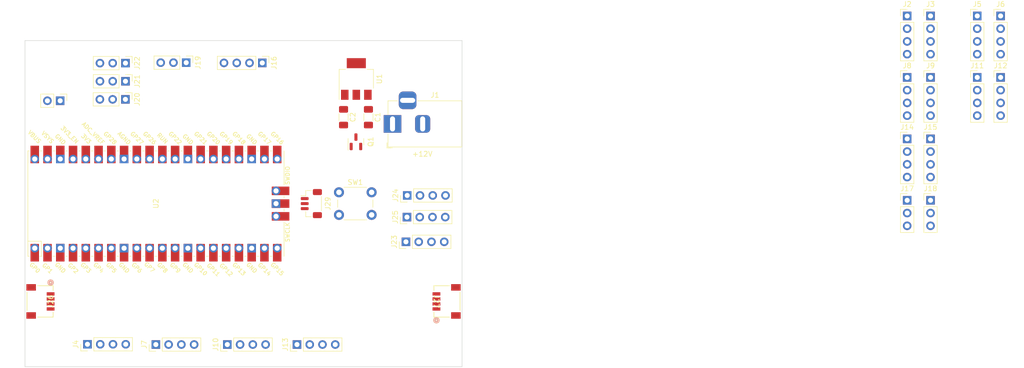
<source format=kicad_pcb>
(kicad_pcb (version 20221018) (generator pcbnew)
  (layers (0 "F.Cu" signal) (31 "B.Cu" signal) (34 "B.Paste" user) (35 "F.Paste" user) (36 "B.SilkS" user "B.Silkscreen") (37 "F.SilkS" user "F.Silkscreen") (38 "B.Mask" user) (39 "F.Mask" user) (44 "Edge.Cuts" user))
  (net 0 "")
  (net 1 "+12V")
  (net 2 "GND")
  (net 3 "+5V")
  (net 4 "AGND")
  (net 5 "GPIO0")
  (net 6 "GPIO1")
  (net 7 "GPIO2")
  (net 8 "GPIO3")
  (net 9 "+3.3V")
  (net 10 "GPIO4")
  (net 11 "GPIO5")
  (net 12 "GPIO6")
  (net 13 "GPIO7")
  (net 14 "GPIO8")
  (net 15 "GPIO9")
  (net 16 "GPIO10")
  (net 17 "GPIO11")
  (net 18 "GPIO12")
  (net 19 "GPIO13")
  (net 20 "GPIO14")
  (net 21 "GPIO15")
  (net 22 "GPIO16")
  (net 23 "GPIO17")
  (net 24 "GPIO18")
  (net 25 "GPIO19")
  (net 26 "GPIO20")
  (net 27 "GPIO21")
  (net 28 "GPIO22")
  (net 29 "ADC_VREF")
  (net 30 "ADC0")
  (net 31 "ADC1")
  (net 32 "ADC2")
  (net 33 "Net-(Q1-G)")
  (net 34 "Net-(Q1-S)")
  (net 35 "RESET")
  (net 36 "SWDIO")
  (net 37 "SWCLK")
  (footprint "Connector_PinHeader_2.54mm:PinHeader_1x03_P2.54mm_Vertical" (layer "F.Cu") (at 82.0928 54.4068 -90)
    (fp_text reference "J19" (at 0 -2.33 90) (layer "F.SilkS"))
    (fp_text value "Conn_01x03")
    (pad "1" thru_hole rect (at 0 0 270) (size 1.7 1.7) (drill 1) (layers "*.Cu" "*.Mask") (net 26 "GPIO20"))
    (pad "2" thru_hole oval (at 0 2.54 270) (size 1.7 1.7) (drill 1) (layers "*.Cu" "*.Mask") (net 27 "GPIO21"))
    (pad "3" thru_hole oval (at 0 5.08 270) (size 1.7 1.7) (drill 1) (layers "*.Cu" "*.Mask") (net 28 "GPIO22"))
  )
  (footprint "MountingHole:MountingHole_3.2mm_M3" (layer "F.Cu") (at 55 110)
    (fp_text reference "REF**" hide)
    (fp_text value "MountingHole_3.2mm_M3")
    (pad "" np_thru_hole circle (at 0 0) (size 3.2 3.2) (drill 3.2) (layers "F&B.Cu" "*.Mask"))
  )
  (footprint "SM04B-SRSS-TB:CONN_SM04B-SRSS-TB_JST" (layer "F.Cu") (at 134 102 -90)
    (fp_text reference "J27" (at 0 2.0985 -90 unlocked) (layer "F.SilkS"))
    (fp_text value "I2C1")
    (pad "1" smd rect (at 1.5 2.0985 270) (size 0.6604 1.5494) (layers "F.Cu" "F.Paste" "F.Mask") (net 2 "GND"))
    (pad "2" smd rect (at 0.499999 2.0985 270) (size 0.6604 1.5494) (layers "F.Cu" "F.Paste" "F.Mask") (net 9 "+3.3V"))
    (pad "3" smd rect (at -0.499999 2.0985 270) (size 0.6604 1.5494) (layers "F.Cu" "F.Paste" "F.Mask") (net 12 "GPIO6"))
    (pad "4" smd rect (at -1.5 2.0985 270) (size 0.6604 1.5494) (layers "F.Cu" "F.Paste" "F.Mask") (net 13 "GPIO7"))
    (pad "5" smd rect (at -2.799999 -1.776501) (size 1.905 1.2954) (layers "F.Cu" "F.Paste" "F.Mask"))
    (pad "6" smd rect (at 2.799999 -1.776501) (size 1.905 1.2954) (layers "F.Cu" "F.Paste" "F.Mask"))
  )
  (footprint "Connector_PinHeader_2.54mm:PinHeader_1x04_P2.54mm_Vertical" (layer "F.Cu") (at 126.0348 85.1916 90)
    (fp_text reference "J25" (at 0 -2.33 90) (layer "F.SilkS"))
    (fp_text value "Conn_01x04")
    (pad "1" thru_hole rect (at 0 0 90) (size 1.7 1.7) (drill 1) (layers "*.Cu" "*.Mask") (net 3 "+5V"))
    (pad "2" thru_hole oval (at 0 2.54 90) (size 1.7 1.7) (drill 1) (layers "*.Cu" "*.Mask") (net 3 "+5V"))
    (pad "3" thru_hole oval (at 0 5.08 90) (size 1.7 1.7) (drill 1) (layers "*.Cu" "*.Mask") (net 3 "+5V"))
    (pad "4" thru_hole oval (at 0 7.62 90) (size 1.7 1.7) (drill 1) (layers "*.Cu" "*.Mask") (net 3 "+5V"))
  )
  (footprint "Connector_PinHeader_2.54mm:PinHeader_1x04_P2.54mm_Vertical" (layer "F.Cu") (at 230.253 69.595)
    (fp_text reference "J15" (at 0 -2.33) (layer "F.SilkS"))
    (fp_text value "Conn_01x04")
    (pad "1" thru_hole rect (at 0 0) (size 1.7 1.7) (drill 1) (layers "*.Cu" "*.Mask") (net 9 "+3.3V"))
    (pad "2" thru_hole oval (at 0 2.54) (size 1.7 1.7) (drill 1) (layers "*.Cu" "*.Mask") (net 9 "+3.3V"))
    (pad "3" thru_hole oval (at 0 5.08) (size 1.7 1.7) (drill 1) (layers "*.Cu" "*.Mask") (net 9 "+3.3V"))
    (pad "4" thru_hole oval (at 0 7.62) (size 1.7 1.7) (drill 1) (layers "*.Cu" "*.Mask") (net 9 "+3.3V"))
  )
  (footprint "Connector_PinHeader_2.54mm:PinHeader_1x04_P2.54mm_Vertical" (layer "F.Cu") (at 244.203 57.345)
    (fp_text reference "J12" (at 0 -2.33) (layer "F.SilkS"))
    (fp_text value "Conn_01x04")
    (pad "1" thru_hole rect (at 0 0) (size 1.7 1.7) (drill 1) (layers "*.Cu" "*.Mask") (net 9 "+3.3V"))
    (pad "2" thru_hole oval (at 0 2.54) (size 1.7 1.7) (drill 1) (layers "*.Cu" "*.Mask") (net 9 "+3.3V"))
    (pad "3" thru_hole oval (at 0 5.08) (size 1.7 1.7) (drill 1) (layers "*.Cu" "*.Mask") (net 9 "+3.3V"))
    (pad "4" thru_hole oval (at 0 7.62) (size 1.7 1.7) (drill 1) (layers "*.Cu" "*.Mask") (net 9 "+3.3V"))
  )
  (footprint "Button_Switch_THT:SW_PUSH_6mm" (layer "F.Cu") (at 112.5 80.25)
    (fp_text reference "SW1" (at 3.25 -2) (layer "F.SilkS"))
    (fp_text value "SW_Push")
    (pad "1" thru_hole circle (at 0 0 90) (size 2 2) (drill 1.1) (layers "*.Cu" "*.Mask") (net 35 "RESET"))
    (pad "1" thru_hole circle (at 6.5 0 90) (size 2 2) (drill 1.1) (layers "*.Cu" "*.Mask") (net 35 "RESET"))
    (pad "2" thru_hole circle (at 0 4.5 90) (size 2 2) (drill 1.1) (layers "*.Cu" "*.Mask") (net 2 "GND"))
    (pad "2" thru_hole circle (at 6.5 4.5 90) (size 2 2) (drill 1.1) (layers "*.Cu" "*.Mask") (net 2 "GND"))
  )
  (footprint "Capacitor_SMD:C_1206_3216Metric_Pad1.33x1.80mm_HandSolder" (layer "F.Cu") (at 113.411 65.278 -90)
    (fp_text reference "C2" (at 0 -1.85 90) (layer "F.SilkS"))
    (fp_text value "10 µF")
    (pad "1" smd roundrect (at -1.5625 0 270) (size 1.325 1.8) (layers "F.Cu" "F.Paste" "F.Mask") (roundrect_rratio 0.188679) (net 3 "+5V"))
    (pad "2" smd roundrect (at 1.5625 0 270) (size 1.325 1.8) (layers "F.Cu" "F.Paste" "F.Mask") (roundrect_rratio 0.188679) (net 2 "GND"))
  )
  (footprint "MountingHole:MountingHole_3.2mm_M3" (layer "F.Cu") (at 55 55)
    (fp_text reference "REF**" hide)
    (fp_text value "MountingHole_3.2mm_M3")
    (pad "" np_thru_hole circle (at 0 0) (size 3.2 3.2) (drill 3.2) (layers "F&B.Cu" "*.Mask"))
  )
  (footprint "Connector_PinHeader_2.54mm:PinHeader_1x04_P2.54mm_Vertical" (layer "F.Cu") (at 225.603 57.345)
    (fp_text reference "J8" (at 0 -2.33) (layer "F.SilkS"))
    (fp_text value "Conn_01x04")
    (pad "1" thru_hole rect (at 0 0) (size 1.7 1.7) (drill 1) (layers "*.Cu" "*.Mask") (net 2 "GND"))
    (pad "2" thru_hole oval (at 0 2.54) (size 1.7 1.7) (drill 1) (layers "*.Cu" "*.Mask") (net 2 "GND"))
    (pad "3" thru_hole oval (at 0 5.08) (size 1.7 1.7) (drill 1) (layers "*.Cu" "*.Mask") (net 2 "GND"))
    (pad "4" thru_hole oval (at 0 7.62) (size 1.7 1.7) (drill 1) (layers "*.Cu" "*.Mask") (net 2 "GND"))
  )
  (footprint "MountingHole:MountingHole_3.2mm_M3" (layer "F.Cu") (at 132 110)
    (fp_text reference "REF**" hide)
    (fp_text value "MountingHole_3.2mm_M3")
    (pad "" np_thru_hole circle (at 0 0) (size 3.2 3.2) (drill 3.2) (layers "F&B.Cu" "*.Mask"))
  )
  (footprint "Connector_PinHeader_2.54mm:PinHeader_1x04_P2.54mm_Vertical" (layer "F.Cu") (at 97.2312 54.4576 -90)
    (fp_text reference "J16" (at 0 -2.33 90) (layer "F.SilkS"))
    (fp_text value "Conn_01x04")
    (pad "1" thru_hole rect (at 0 0 270) (size 1.7 1.7) (drill 1) (layers "*.Cu" "*.Mask") (net 22 "GPIO16"))
    (pad "2" thru_hole oval (at 0 2.54 270) (size 1.7 1.7) (drill 1) (layers "*.Cu" "*.Mask") (net 23 "GPIO17"))
    (pad "3" thru_hole oval (at 0 5.08 270) (size 1.7 1.7) (drill 1) (layers "*.Cu" "*.Mask") (net 24 "GPIO18"))
    (pad "4" thru_hole oval (at 0 7.62 270) (size 1.7 1.7) (drill 1) (layers "*.Cu" "*.Mask") (net 25 "GPIO19"))
  )
  (footprint "Connector_PinHeader_2.54mm:PinHeader_1x04_P2.54mm_Vertical" (layer "F.Cu") (at 239.553 45.095)
    (fp_text reference "J5" (at 0 -2.33) (layer "F.SilkS"))
    (fp_text value "Conn_01x04")
    (pad "1" thru_hole rect (at 0 0) (size 1.7 1.7) (drill 1) (layers "*.Cu" "*.Mask") (net 2 "GND"))
    (pad "2" thru_hole oval (at 0 2.54) (size 1.7 1.7) (drill 1) (layers "*.Cu" "*.Mask") (net 2 "GND"))
    (pad "3" thru_hole oval (at 0 5.08) (size 1.7 1.7) (drill 1) (layers "*.Cu" "*.Mask") (net 2 "GND"))
    (pad "4" thru_hole oval (at 0 7.62) (size 1.7 1.7) (drill 1) (layers "*.Cu" "*.Mask") (net 2 "GND"))
  )
  (footprint "Capacitor_SMD:C_1206_3216Metric_Pad1.33x1.80mm_HandSolder" (layer "F.Cu") (at 118.364 65.278 -90)
    (fp_text reference "C1" (at 0 -1.85 90) (layer "F.SilkS"))
    (fp_text value "10 µF")
    (pad "1" smd roundrect (at -1.5625 0 270) (size 1.325 1.8) (layers "F.Cu" "F.Paste" "F.Mask") (roundrect_rratio 0.188679) (net 1 "+12V"))
    (pad "2" smd roundrect (at 1.5625 0 270) (size 1.325 1.8) (layers "F.Cu" "F.Paste" "F.Mask") (roundrect_rratio 0.188679) (net 2 "GND"))
  )
  (footprint "Package_TO_SOT_SMD:SOT-223-3_TabPin2" (layer "F.Cu") (at 115.951 57.658 90)
    (fp_text reference "U1" (at 0 4.5974 90) (layer "F.SilkS"))
    (fp_text value "NCP1117-5.0_SOT223")
    (pad "1" smd rect (at -3.15 -2.3 90) (size 2 1.5) (layers "F.Cu" "F.Paste" "F.Mask") (net 2 "GND"))
    (pad "2" smd rect (at -3.15 0 90) (size 2 1.5) (layers "F.Cu" "F.Paste" "F.Mask") (net 3 "+5V"))
    (pad "2" smd rect (at 3.15 0 90) (size 2 3.8) (layers "F.Cu" "F.Paste" "F.Mask") (net 3 "+5V"))
    (pad "3" smd rect (at -3.15 2.3 90) (size 2 1.5) (layers "F.Cu" "F.Paste" "F.Mask") (net 1 "+12V"))
  )
  (footprint "Connector_PinHeader_2.54mm:PinHeader_1x04_P2.54mm_Vertical" (layer "F.Cu") (at 76.0476 110.5916 90)
    (fp_text reference "J7" (at 0 -2.33 90) (layer "F.SilkS"))
    (fp_text value "Conn_01x04")
    (pad "1" thru_hole rect (at 0 0 90) (size 1.7 1.7) (drill 1) (layers "*.Cu" "*.Mask") (net 10 "GPIO4"))
    (pad "2" thru_hole oval (at 0 2.54 90) (size 1.7 1.7) (drill 1) (layers "*.Cu" "*.Mask") (net 11 "GPIO5"))
    (pad "3" thru_hole oval (at 0 5.08 90) (size 1.7 1.7) (drill 1) (layers "*.Cu" "*.Mask") (net 12 "GPIO6"))
    (pad "4" thru_hole oval (at 0 7.62 90) (size 1.7 1.7) (drill 1) (layers "*.Cu" "*.Mask") (net 13 "GPIO7"))
  )
  (footprint "Package_TO_SOT_SMD:SOT-23" (layer "F.Cu") (at 115.8748 70.1779 90)
    (fp_text reference "Q1" (at 0 2.9464 90) (layer "F.SilkS"))
    (fp_text value "DMG2305UX")
    (pad "1" smd roundrect (at -0.9375 -0.95 90) (size 1.475 0.6) (layers "F.Cu" "F.Paste" "F.Mask") (net 33 "Net-(Q1-G)"))
    (pad "2" smd roundrect (at -0.9375 0.95 90) (size 1.475 0.6) (layers "F.Cu" "F.Paste" "F.Mask") (net 34 "Net-(Q1-S)"))
    (pad "3" smd roundrect (at 0.9375 0 90) (size 1.475 0.6) (layers "F.Cu" "F.Paste" "F.Mask") (net 3 "+5V"))
  )
  (footprint "Connector_PinHeader_2.54mm:PinHeader_1x04_P2.54mm_Vertical" (layer "F.Cu") (at 225.603 69.595)
    (fp_text reference "J14" (at 0 -2.33) (layer "F.SilkS"))
    (fp_text value "Conn_01x04")
    (pad "1" thru_hole rect (at 0 0) (size 1.7 1.7) (drill 1) (layers "*.Cu" "*.Mask") (net 2 "GND"))
    (pad "2" thru_hole oval (at 0 2.54) (size 1.7 1.7) (drill 1) (layers "*.Cu" "*.Mask") (net 2 "GND"))
    (pad "3" thru_hole oval (at 0 5.08) (size 1.7 1.7) (drill 1) (layers "*.Cu" "*.Mask") (net 2 "GND"))
    (pad "4" thru_hole oval (at 0 7.62) (size 1.7 1.7) (drill 1) (layers "*.Cu" "*.Mask") (net 2 "GND"))
  )
  (footprint "Connector_PinHeader_2.54mm:PinHeader_1x03_P2.54mm_Vertical" (layer "F.Cu") (at 69.9874 61.722 -90)
    (fp_text reference "J20" (at 0 -2.33 90) (layer "F.SilkS"))
    (fp_text value "Conn_01x03")
    (pad "1" thru_hole rect (at 0 0 270) (size 1.7 1.7) (drill 1) (layers "*.Cu" "*.Mask") (net 4 "AGND"))
    (pad "2" thru_hole oval (at 0 2.54 270) (size 1.7 1.7) (drill 1) (layers "*.Cu" "*.Mask") (net 4 "AGND"))
    (pad "3" thru_hole oval (at 0 5.08 270) (size 1.7 1.7) (drill 1) (layers "*.Cu" "*.Mask") (net 4 "AGND"))
  )
  (footprint "Connector_PinHeader_2.54mm:PinHeader_1x04_P2.54mm_Vertical" (layer "F.Cu") (at 90.2716 110.5916 90)
    (fp_text reference "J10" (at 0 -2.33 90) (layer "F.SilkS"))
    (fp_text value "Conn_01x04")
    (pad "1" thru_hole rect (at 0 0 90) (size 1.7 1.7) (drill 1) (layers "*.Cu" "*.Mask") (net 14 "GPIO8"))
    (pad "2" thru_hole oval (at 0 2.54 90) (size 1.7 1.7) (drill 1) (layers "*.Cu" "*.Mask") (net 15 "GPIO9"))
    (pad "3" thru_hole oval (at 0 5.08 90) (size 1.7 1.7) (drill 1) (layers "*.Cu" "*.Mask") (net 16 "GPIO10"))
    (pad "4" thru_hole oval (at 0 7.62 90) (size 1.7 1.7) (drill 1) (layers "*.Cu" "*.Mask") (net 17 "GPIO11"))
  )
  (footprint "Connector_PinHeader_2.54mm:PinHeader_1x03_P2.54mm_Vertical" (layer "F.Cu") (at 70.0024 58.1152 -90)
    (fp_text reference "J21" (at 0 -2.33 90) (layer "F.SilkS"))
    (fp_text value "Conn_01x03")
    (pad "1" thru_hole rect (at 0 0 270) (size 1.7 1.7) (drill 1) (layers "*.Cu" "*.Mask") (net 29 "ADC_VREF"))
    (pad "2" thru_hole oval (at 0 2.54 270) (size 1.7 1.7) (drill 1) (layers "*.Cu" "*.Mask") (net 29 "ADC_VREF"))
    (pad "3" thru_hole oval (at 0 5.08 270) (size 1.7 1.7) (drill 1) (layers "*.Cu" "*.Mask") (net 29 "ADC_VREF"))
  )
  (footprint "MCU_RaspberryPi_and_Boards:RPi_Pico_SMD_TH" (layer "F.Cu") (at 76.073 82.5 90)
    (fp_text reference "U2" (at 0 0 90) (layer "F.SilkS"))
    (fp_text value "Pico")
    (fp_text user "GND" (at -12.8 -19.05 135) (layer "F.SilkS") (effects (font (size 0.8 0.8))))
    (fp_text user "GP7" (at -12.7 -1.3 135) (layer "F.SilkS") (effects (font (size 0.8 0.8))))
    (fp_text user "ADC_VREF" (at 14 -12.5 135) (layer "F.SilkS") (effects (font (size 0.8 0.8))))
    (fp_text user "GP26" (at 13.054 -1.27 135) (layer "F.SilkS") (effects (font (size 0.8 0.8))))
    (fp_text user "GND" (at 12.8 6.35 135) (layer "F.SilkS") (effects (font (size 0.8 0.8))))
    (fp_text user "RUN" (at 13 1.27 135) (layer "F.SilkS") (effects (font (size 0.8 0.8))))
    (fp_text user "GP0" (at -12.8 -24.13 135) (layer "F.SilkS") (effects (font (size 0.8 0.8))))
    (fp_text user "GP27" (at 13.054 -3.8 135) (layer "F.SilkS") (effects (font (size 0.8 0.8))))
    (fp_text user "GND" (at -12.8 19.05 135) (layer "F.SilkS") (effects (font (size 0.8 0.8))))
    (fp_text user "GP8" (at -12.8 1.27 135) (layer "F.SilkS") (effects (font (size 0.8 0.8))))
    (fp_text user "GP11" (at -13.2 11.43 135) (layer "F.SilkS") (effects (font (size 0.8 0.8))))
    (fp_text user "SWDIO" (at 5.6 26.2 90) (layer "F.SilkS") (effects (font (size 0.8 0.8))))
    (fp_text user "3V3" (at 12.9 -13.9 135) (layer "F.SilkS") (effects (font (size 0.8 0.8))))
    (fp_text user "GP1" (at -12.9 -21.6 135) (layer "F.SilkS") (effects (font (size 0.8 0.8))))
    (fp_text user "GP9" (at -12.8 3.81 135) (layer "F.SilkS") (effects (font (size 0.8 0.8))))
    (fp_text user "VBUS" (at 13.3 -24.2 135) (layer "F.SilkS") (effects (font (size 0.8 0.8))))
    (fp_text user "GP22" (at 13.054 3.81 135) (layer "F.SilkS") (effects (font (size 0.8 0.8))))
    (fp_text user "GP20" (at 13.054 11.43 135) (layer "F.SilkS") (effects (font (size 0.8 0.8))))
    (fp_text user "GP28" (at 13.054 -9.144 135) (layer "F.SilkS") (effects (font (size 0.8 0.8))))
    (fp_text user "GP10" (at -13.054 8.89 135) (layer "F.SilkS") (effects (font (size 0.8 0.8))))
    (fp_text user "GP6" (at -12.8 -3.81 135) (layer "F.SilkS") (effects (font (size 0.8 0.8))))
    (fp_text user "3V3_EN" (at 13.7 -17.2 135) (layer "F.SilkS") (effects (font (size 0.8 0.8))))
    (fp_text user "GND" (at 12.8 -19.05 135) (layer "F.SilkS") (effects (font (size 0.8 0.8))))
    (fp_text user "GP18" (at 13.054 16.51 135) (layer "F.SilkS") (effects (font (size 0.8 0.8))))
    (fp_text user "GND" (at -12.8 -6.35 135) (layer "F.SilkS") (effects (font (size 0.8 0.8))))
    (fp_text user "GP3" (at -12.8 -13.97 135) (layer "F.SilkS") (effects (font (size 0.8 0.8))))
    (fp_text user "GP2" (at -12.9 -16.51 135) (layer "F.SilkS") (effects (font (size 0.8 0.8))))
    (fp_text user "GP5" (at -12.8 -8.89 135) (layer "F.SilkS") (effects (font (size 0.8 0.8))))
    (fp_text user "GP21" (at 13.054 8.9 135) (layer "F.SilkS") (effects (font (size 0.8 0.8))))
    (fp_text user "GP19" (at 13.054 13.97 135) (layer "F.SilkS") (effects (font (size 0.8 0.8))))
    (fp_text user "GP17" (at 13.054 21.59 135) (layer "F.SilkS") (effects (font (size 0.8 0.8))))
    (fp_text user "VSYS" (at 13.2 -21.59 135) (layer "F.SilkS") (effects (font (size 0.8 0.8))))
    (fp_text user "GP4" (at -12.8 -11.43 135) (layer "F.SilkS") (effects (font (size 0.8 0.8))))
    (fp_text user "AGND" (at 13.054 -6.35 135) (layer "F.SilkS") (effects (font (size 0.8 0.8))))
    (fp_text user "GP12" (at -13.2 13.97 135) (layer "F.SilkS") (effects (font (size 0.8 0.8))))
    (fp_text user "GP13" (at -13.054 16.51 135) (layer "F.SilkS") (effects (font (size 0.8 0.8))))
    (fp_text user "GP16" (at 13.054 24.13 135) (layer "F.SilkS") (effects (font (size 0.8 0.8))))
    (fp_text user "GND" (at -12.8 6.35 135) (layer "F.SilkS") (effects (font (size 0.8 0.8))))
    (fp_text user "SWCLK" (at -5.7 26.2 90) (layer "F.SilkS") (effects (font (size 0.8 0.8))))
    (fp_text user "GP15" (at -13.054 24.13 135) (layer "F.SilkS") (effects (font (size 0.8 0.8))))
    (fp_text user "GP14" (at -13.1 21.59 135) (layer "F.SilkS") (effects (font (size 0.8 0.8))))
    (fp_text user "GND" (at 12.8 19.05 135) (layer "F.SilkS") (effects (font (size 0.8 0.8))))
    (pad "" np_thru_hole oval (at -2.725 -24 90) (size 1.8 1.8) (drill 1.8) (layers "*.Cu" "*.Mask"))
    (pad "" np_thru_hole oval (at -2.425 -20.97 90) (size 1.5 1.5) (drill 1.5) (layers "*.Cu" "*.Mask"))
    (pad "" np_thru_hole oval (at 2.425 -20.97 90) (size 1.5 1.5) (drill 1.5) (layers "*.Cu" "*.Mask"))
    (pad "" np_thru_hole oval (at 2.725 -24 90) (size 1.8 1.8) (drill 1.8) (layers "*.Cu" "*.Mask"))
    (pad "1" thru_hole oval (at -8.89 -24.13 90) (size 1.7 1.7) (drill 1.02) (layers "*.Cu" "*.Mask") (net 5 "GPIO0"))
    (pad "1" smd rect (at -8.89 -24.13 90) (size 3.5 1.7) (drill (offset -0.9 0)) (layers "F.Cu" "F.Mask") (net 5 "GPIO0"))
    (pad "2" thru_hole oval (at -8.89 -21.59 90) (size 1.7 1.7) (drill 1.02) (layers "*.Cu" "*.Mask") (net 6 "GPIO1"))
    (pad "2" smd rect (at -8.89 -21.59 90) (size 3.5 1.7) (drill (offset -0.9 0)) (layers "F.Cu" "F.Mask") (net 6 "GPIO1"))
    (pad "3" thru_hole rect (at -8.89 -19.05 90) (size 1.7 1.7) (drill 1.02) (layers "*.Cu" "*.Mask") (net 2 "GND"))
    (pad "3" smd rect (at -8.89 -19.05 90) (size 3.5 1.7) (drill (offset -0.9 0)) (layers "F.Cu" "F.Mask") (net 2 "GND"))
    (pad "4" thru_hole oval (at -8.89 -16.51 90) (size 1.7 1.7) (drill 1.02) (layers "*.Cu" "*.Mask") (net 7 "GPIO2"))
    (pad "4" smd rect (at -8.89 -16.51 90) (size 3.5 1.7) (drill (offset -0.9 0)) (layers "F.Cu" "F.Mask") (net 7 "GPIO2"))
    (pad "5" thru_hole oval (at -8.89 -13.97 90) (size 1.7 1.7) (drill 1.02) (layers "*.Cu" "*.Mask") (net 8 "GPIO3"))
    (pad "5" smd rect (at -8.89 -13.97 90) (size 3.5 1.7) (drill (offset -0.9 0)) (layers "F.Cu" "F.Mask") (net 8 "GPIO3"))
    (pad "6" thru_hole oval (at -8.89 -11.43 90) (size 1.7 1.7) (drill 1.02) (layers "*.Cu" "*.Mask") (net 10 "GPIO4"))
    (pad "6" smd rect (at -8.89 -11.43 90) (size 3.5 1.7) (drill (offset -0.9 0)) (layers "F.Cu" "F.Mask") (net 10 "GPIO4"))
    (pad "7" thru_hole oval (at -8.89 -8.89 90) (size 1.7 1.7) (drill 1.02) (layers "*.Cu" "*.Mask") (net 11 "GPIO5"))
    (pad "7" smd rect (at -8.89 -8.89 90) (size 3.5 1.7) (drill (offset -0.9 0)) (layers "F.Cu" "F.Mask") (net 11 "GPIO5"))
    (pad "8" thru_hole rect (at -8.89 -6.35 90) (size 1.7 1.7) (drill 1.02) (layers "*.Cu" "*.Mask") (net 2 "GND"))
    (pad "8" smd rect (at -8.89 -6.35 90) (size 3.5 1.7) (drill (offset -0.9 0)) (layers "F.Cu" "F.Mask") (net 2 "GND"))
    (pad "9" thru_hole oval (at -8.89 -3.81 90) (size 1.7 1.7) (drill 1.02) (layers "*.Cu" "*.Mask") (net 12 "GPIO6"))
    (pad "9" smd rect (at -8.89 -3.81 90) (size 3.5 1.7) (drill (offset -0.9 0)) (layers "F.Cu" "F.Mask") (net 12 "GPIO6"))
    (pad "10" thru_hole oval (at -8.89 -1.27 90) (size 1.7 1.7) (drill 1.02) (layers "*.Cu" "*.Mask") (net 13 "GPIO7"))
    (pad "10" smd rect (at -8.89 -1.27 90) (size 3.5 1.7) (drill (offset -0.9 0)) (layers "F.Cu" "F.Mask") (net 13 "GPIO7"))
    (pad "11" thru_hole oval (at -8.89 1.27 90) (size 1.7 1.7) (drill 1.02) (layers "*.Cu" "*.Mask") (net 14 "GPIO8"))
    (pad "11" smd rect (at -8.89 1.27 90) (size 3.5 1.7) (drill (offset -0.9 0)) (layers "F.Cu" "F.Mask") (net 14 "GPIO8"))
    (pad "12" thru_hole oval (at -8.89 3.81 90) (size 1.7 1.7) (drill 1.02) (layers "*.Cu" "*.Mask") (net 15 "GPIO9"))
    (pad "12" smd rect (at -8.89 3.81 90) (size 3.5 1.7) (drill (offset -0.9 0)) (layers "F.Cu" "F.Mask") (net 15 "GPIO9"))
    (pad "13" thru_hole rect (at -8.89 6.35 90) (size 1.7 1.7) (drill 1.02) (layers "*.Cu" "*.Mask") (net 2 "GND"))
    (pad "13" smd rect (at -8.89 6.35 90) (size 3.5 1.7) (drill (offset -0.9 0)) (layers "F.Cu" "F.Mask") (net 2 "GND"))
    (pad "14" thru_hole oval (at -8.89 8.89 90) (size 1.7 1.7) (drill 1.02) (layers "*.Cu" "*.Mask") (net 16 "GPIO10"))
    (pad "14" smd rect (at -8.89 8.89 90) (size 3.5 1.7) (drill (offset -0.9 0)) (layers "F.Cu" "F.Mask") (net 16 "GPIO10"))
    (pad "15" thru_hole oval (at -8.89 11.43 90) (size 1.7 1.7) (drill 1.02) (layers "*.Cu" "*.Mask") (net 17 "GPIO11"))
    (pad "15" smd rect (at -8.89 11.43 90) (size 3.5 1.7) (drill (offset -0.9 0)) (layers "F.Cu" "F.Mask") (net 17 "GPIO11"))
    (pad "16" thru_hole oval (at -8.89 13.97 90) (size 1.7 1.7) (drill 1.02) (layers "*.Cu" "*.Mask") (net 18 "GPIO12"))
    (pad "16" smd rect (at -8.89 13.97 90) (size 3.5 1.7) (drill (offset -0.9 0)) (layers "F.Cu" "F.Mask") (net 18 "GPIO12"))
    (pad "17" thru_hole oval (at -8.89 16.51 90) (size 1.7 1.7) (drill 1.02) (layers "*.Cu" "*.Mask") (net 19 "GPIO13"))
    (pad "17" smd rect (at -8.89 16.51 90) (size 3.5 1.7) (drill (offset -0.9 0)) (layers "F.Cu" "F.Mask") (net 19 "GPIO13"))
    (pad "18" thru_hole rect (at -8.89 19.05 90) (size 1.7 1.7) (drill 1.02) (layers "*.Cu" "*.Mask") (net 2 "GND"))
    (pad "18" smd rect (at -8.89 19.05 90) (size 3.5 1.7) (drill (offset -0.9 0)) (layers "F.Cu" "F.Mask") (net 2 "GND"))
    (pad "19" thru_hole oval (at -8.89 21.59 90) (size 1.7 1.7) (drill 1.02) (layers "*.Cu" "*.Mask") (net 20 "GPIO14"))
    (pad "19" smd rect (at -8.89 21.59 90) (size 3.5 1.7) (drill (offset -0.9 0)) (layers "F.Cu" "F.Mask") (net 20 "GPIO14"))
    (pad "20" thru_hole oval (at -8.89 24.13 90) (size 1.7 1.7) (drill 1.02) (layers "*.Cu" "*.Mask") (net 21 "GPIO15"))
    (pad "20" smd rect (at -8.89 24.13 90) (size 3.5 1.7) (drill (offset -0.9 0)) (layers "F.Cu" "F.Mask") (net 21 "GPIO15"))
    (pad "21" thru_hole oval (at 8.89 24.13 90) (size 1.7 1.7) (drill 1.02) (layers "*.Cu" "*.Mask") (net 22 "GPIO16"))
    (pad "21" smd rect (at 8.89 24.13 90) (size 3.5 1.7) (drill (offset 0.9 0)) (layers "F.Cu" "F.Mask") (net 22 "GPIO16"))
    (pad "22" thru_hole oval (at 8.89 21.59 90) (size 1.7 1.7) (drill 1.02) (layers "*.Cu" "*.Mask") (net 23 "GPIO17"))
    (pad "22" smd rect (at 8.89 21.59 90) (size 3.5 1.7) (drill (offset 0.9 0)) (layers "F.Cu" "F.Mask") (net 23 "GPIO17"))
    (pad "23" thru_hole rect (at 8.89 19.05 90) (size 1.7 1.7) (drill 1.02) (layers "*.Cu" "*.Mask") (net 2 "GND"))
    (pad "23" smd rect (at 8.89 19.05 90) (size 3.5 1.7) (drill (offset 0.9 0)) (layers "F.Cu" "F.Mask") (net 2 "GND"))
    (pad "24" thru_hole oval (at 8.89 16.51 90) (size 1.7 1.7) (drill 1.02) (layers "*.Cu" "*.Mask") (net 24 "GPIO18"))
    (pad "24" smd rect (at 8.89 16.51 90) (size 3.5 1.7) (drill (offset 0.9 0)) (layers "F.Cu" "F.Mask") (net 24 "GPIO18"))
    (pad "25" thru_hole oval (at 8.89 13.97 90) (size 1.7 1.7) (drill 1.02) (layers "*.Cu" "*.Mask") (net 25 "GPIO19"))
    (pad "25" smd rect (at 8.89 13.97 90) (size 3.5 1.7) (drill (offset 0.9 0)) (layers "F.Cu" "F.Mask") (net 25 "GPIO19"))
    (pad "26" thru_hole oval (at 8.89 11.43 90) (size 1.7 1.7) (drill 1.02) (layers "*.Cu" "*.Mask") (net 26 "GPIO20"))
    (pad "26" smd rect (at 8.89 11.43 90) (size 3.5 1.7) (drill (offset 0.9 0)) (layers "F.Cu" "F.Mask") (net 26 "GPIO20"))
    (pad "27" thru_hole oval (at 8.89 8.89 90) (size 1.7 1.7) (drill 1.02) (layers "*.Cu" "*.Mask") (net 27 "GPIO21"))
    (pad "27" smd rect (at 8.89 8.89 90) (size 3.5 1.7) (drill (offset 0.9 0)) (layers "F.Cu" "F.Mask") (net 27 "GPIO21"))
    (pad "28" thru_hole rect (at 8.89 6.35 90) (size 1.7 1.7) (drill 1.02) (layers "*.Cu" "*.Mask") (net 2 "GND"))
    (pad "28" smd rect (at 8.89 6.35 90) (size 3.5 1.7) (drill (offset 0.9 0)) (layers "F.Cu" "F.Mask") (net 2 "GND"))
    (pad "29" thru_hole oval (at 8.89 3.81 90) (size 1.7 1.7) (drill 1.02) (layers "*.Cu" "*.Mask") (net 28 "GPIO22"))
    (pad "29" smd rect (at 8.89 3.81 90) (size 3.5 1.7) (drill (offset 0.9 0)) (layers "F.Cu" "F.Mask") (net 28 "GPIO22"))
    (pad "30" thru_hole oval (at 8.89 1.27 90) (size 1.7 1.7) (drill 1.02) (layers "*.Cu" "*.Mask") (net 35 "RESET"))
    (pad "30" smd rect (at 8.89 1.27 90) (size 3.5 1.7) (drill (offset 0.9 0)) (layers "F.Cu" "F.Mask") (net 35 "RESET"))
    (pad "31" thru_hole oval (at 8.89 -1.27 90) (size 1.7 1.7) (drill 1.02) (layers "*.Cu" "*.Mask") (net 30 "ADC0"))
    (pad "31" smd rect (at 8.89 -1.27 90) (size 3.5 1.7) (drill (offset 0.9 0)) (layers "F.Cu" "F.Mask") (net 30 "ADC0"))
    (pad "32" thru_hole oval (at 8.89 -3.81 90) (size 1.7 1.7) (drill 1.02) (layers "*.Cu" "*.Mask") (net 31 "ADC1"))
    (pad "32" smd rect (at 8.89 -3.81 90) (size 3.5 1.7) (drill (offset 0.9 0)) (layers "F.Cu" "F.Mask") (net 31 "ADC1"))
    (pad "33" thru_hole rect (at 8.89 -6.35 90) (size 1.7 1.7) (drill 1.02) (layers "*.Cu" "*.Mask") (net 4 "AGND"))
    (pad "33" smd rect (at 8.89 -6.35 90) (size 3.5 1.7) (drill (offset 0.9 0)) (layers "F.Cu" "F.Mask") (net 4 "AGND"))
    (pad "34" thru_hole oval (at 8.89 -8.89 90) (size 1.7 1.7) (drill 1.02) (layers "*.Cu" "*.Mask") (net 32 "ADC2"))
    (pad "34" smd rect (at 8.89 -8.89 90) (size 3.5 1.7) (drill (offset 0.9 0)) (layers "F.Cu" "F.Mask") (net 32 "ADC2"))
    (pad "35" thru_hole oval (at 8.89 -11.43 90) (size 1.7 1.7) (drill 1.02) (layers "*.Cu" "*.Mask") (net 29 "ADC_VREF"))
    (pad "35" smd rect (at 8.89 -11.43 90) (size 3.5 1.7) (drill (offset 0.9 0)) (layers "F.Cu" "F.Mask") (net 29 "ADC_VREF"))
    (pad "36" thru_hole oval (at 8.89 -13.97 90) (size 1.7 1.7) (drill 1.02) (layers "*.Cu" "*.Mask") (net 9 "+3.3V"))
    (pad "36" smd rect (at 8.89 -13.97 90) (size 3.5 1.7) (drill (offset 0.9 0)) (layers "F.Cu" "F.Mask") (net 9 "+3.3V"))
    (pad "37" thru_hole oval (at 8.89 -16.51 90) (size 1.7 1.7) (drill 1.02) (layers "*.Cu" "*.Mask"))
    (pad "37" smd rect (at 8.89 -16.51 90) (size 3.5 1.7) (drill (offset 0.9 0)) (layers "F.Cu" "F.Mask"))
    (pad "38" thru_hole rect (at 8.89 -19.05 90) (size 1.7 1.7) (drill 1.02) (layers "*.Cu" "*.Mask") (net 2 "GND"))
    (pad "38" smd rect (at 8.89 -19.05 90) (size 3.5 1.7) (drill (offset 0.9 0)) (layers "F.Cu" "F.Mask") (net 2 "GND"))
    (pad "39" thru_hole oval (at 8.89 -21.59 90) (size 1.7 1.7) (drill 1.02) (layers "*.Cu" "*.Mask") (net 34 "Net-(Q1-S)"))
    (pad "39" smd rect (at 8.89 -21.59 90) (size 3.5 1.7) (drill (offset 0.9 0)) (layers "F.Cu" "F.Mask") (net 34 "Net-(Q1-S)"))
    (pad "40" thru_hole oval (at 8.89 -24.13 90) (size 1.7 1.7) (drill 1.02) (layers "*.Cu" "*.Mask") (net 33 "Net-(Q1-G)"))
    (pad "40" smd rect (at 8.89 -24.13 90) (size 3.5 1.7) (drill (offset 0.9 0)) (layers "F.Cu" "F.Mask") (net 33 "Net-(Q1-G)"))
    (pad "41" thru_hole oval (at -2.54 23.9 90) (size 1.7 1.7) (drill 1.02) (layers "*.Cu" "*.Mask") (net 37 "SWCLK"))
    (pad "41" smd rect (at -2.54 23.9 180) (size 3.5 1.7) (drill (offset -0.9 0)) (layers "F.Cu" "F.Mask") (net 37 "SWCLK"))
    (pad "42" thru_hole rect (at 0 23.9 90) (size 1.7 1.7) (drill 1.02) (layers "*.Cu" "*.Mask") (net 2 "GND"))
    (pad "42" smd rect (at 0 23.9 180) (size 3.5 1.7) (drill (offset -0.9 0)) (layers "F.Cu" "F.Mask") (net 2 "GND"))
    (pad "43" thru_hole oval (at 2.54 23.9 90) (size 1.7 1.7) (drill 1.02) (layers "*.Cu" "*.Mask") (net 36 "SWDIO"))
    (pad "43" smd rect (at 2.54 23.9 180) (size 3.5 1.7) (drill (offset -0.9 0)) (layers "F.Cu" "F.Mask") (net 36 "SWDIO"))
  )
  (footprint "Connector_PinHeader_2.54mm:PinHeader_1x04_P2.54mm_Vertical" (layer "F.Cu") (at 225.603 45.095)
    (fp_text reference "J2" (at 0 -2.33) (layer "F.SilkS"))
    (fp_text value "Conn_01x04")
    (pad "1" thru_hole rect (at 0 0) (size 1.7 1.7) (drill 1) (layers "*.Cu" "*.Mask") (net 2 "GND"))
    (pad "2" thru_hole oval (at 0 2.54) (size 1.7 1.7) (drill 1) (layers "*.Cu" "*.Mask") (net 2 "GND"))
    (pad "3" thru_hole oval (at 0 5.08) (size 1.7 1.7) (drill 1) (layers "*.Cu" "*.Mask") (net 2 "GND"))
    (pad "4" thru_hole oval (at 0 7.62) (size 1.7 1.7) (drill 1) (layers "*.Cu" "*.Mask") (net 2 "GND"))
  )
  (footprint "Connector_PinHeader_2.54mm:PinHeader_1x03_P2.54mm_Vertical" (layer "F.Cu") (at 230.253 81.845)
    (fp_text reference "J18" (at 0 -2.33) (layer "F.SilkS"))
    (fp_text value "Conn_01x03")
    (pad "1" thru_hole rect (at 0 0) (size 1.7 1.7) (drill 1) (layers "*.Cu" "*.Mask") (net 9 "+3.3V"))
    (pad "2" thru_hole oval (at 0 2.54) (size 1.7 1.7) (drill 1) (layers "*.Cu" "*.Mask") (net 9 "+3.3V"))
    (pad "3" thru_hole oval (at 0 5.08) (size 1.7 1.7) (drill 1) (layers "*.Cu" "*.Mask") (net 9 "+3.3V"))
  )
  (footprint "Connector_PinHeader_2.54mm:PinHeader_1x04_P2.54mm_Vertical" (layer "F.Cu") (at 62.4332 110.5408 90)
    (fp_text reference "J4" (at 0 -2.33 90) (layer "F.SilkS"))
    (fp_text value "Conn_01x04")
    (pad "1" thru_hole rect (at 0 0 90) (size 1.7 1.7) (drill 1) (layers "*.Cu" "*.Mask") (net 5 "GPIO0"))
    (pad "2" thru_hole oval (at 0 2.54 90) (size 1.7 1.7) (drill 1) (layers "*.Cu" "*.Mask") (net 6 "GPIO1"))
    (pad "3" thru_hole oval (at 0 5.08 90) (size 1.7 1.7) (drill 1) (layers "*.Cu" "*.Mask") (net 7 "GPIO2"))
    (pad "4" thru_hole oval (at 0 7.62 90) (size 1.7 1.7) (drill 1) (layers "*.Cu" "*.Mask") (net 8 "GPIO3"))
  )
  (footprint "SM04B-SRSS-TB:CONN_SM04B-SRSS-TB_JST" (layer "F.Cu") (at 53 102 90)
    (fp_text reference "J26" (at 0 2.0985 90 unlocked) (layer "F.SilkS"))
    (fp_text value "I2C0")
    (pad "1" smd rect (at 1.5 2.0985 90) (size 0.6604 1.5494) (layers "F.Cu" "F.Paste" "F.Mask") (net 2 "GND"))
    (pad "2" smd rect (at 0.499999 2.0985 90) (size 0.6604 1.5494) (layers "F.Cu" "F.Paste" "F.Mask") (net 9 "+3.3V"))
    (pad "3" smd rect (at -0.499999 2.0985 90) (size 0.6604 1.5494) (layers "F.Cu" "F.Paste" "F.Mask") (net 10 "GPIO4"))
    (pad "4" smd rect (at -1.5 2.0985 90) (size 0.6604 1.5494) (layers "F.Cu" "F.Paste" "F.Mask") (net 11 "GPIO5"))
    (pad "5" smd rect (at -2.799999 -1.776501 180) (size 1.905 1.2954) (layers "F.Cu" "F.Paste" "F.Mask"))
    (pad "6" smd rect (at 2.799999 -1.776501 180) (size 1.905 1.2954) (layers "F.Cu" "F.Paste" "F.Mask"))
  )
  (footprint "Connector_PinHeader_2.54mm:PinHeader_1x04_P2.54mm_Vertical" (layer "F.Cu") (at 126.0856 80.8736 90)
    (fp_text reference "J24" (at 0 -2.33 90) (layer "F.SilkS"))
    (fp_text value "Conn_01x04")
    (pad "1" thru_hole rect (at 0 0 90) (size 1.7 1.7) (drill 1) (layers "*.Cu" "*.Mask") (net 1 "+12V"))
    (pad "2" thru_hole oval (at 0 2.54 90) (size 1.7 1.7) (drill 1) (layers "*.Cu" "*.Mask") (net 1 "+12V"))
    (pad "3" thru_hole oval (at 0 5.08 90) (size 1.7 1.7) (drill 1) (layers "*.Cu" "*.Mask") (net 1 "+12V"))
    (pad "4" thru_hole oval (at 0 7.62 90) (size 1.7 1.7) (drill 1) (layers "*.Cu" "*.Mask") (net 1 "+12V"))
  )
  (footprint "Connector_PinHeader_2.54mm:PinHeader_1x03_P2.54mm_Vertical" (layer "F.Cu") (at 225.603 81.845)
    (fp_text reference "J17" (at 0 -2.33) (layer "F.SilkS"))
    (fp_text value "Conn_01x03")
    (pad "1" thru_hole rect (at 0 0) (size 1.7 1.7) (drill 1) (layers "*.Cu" "*.Mask") (net 2 "GND"))
    (pad "2" thru_hole oval (at 0 2.54) (size 1.7 1.7) (drill 1) (layers "*.Cu" "*.Mask") (net 2 "GND"))
    (pad "3" thru_hole oval (at 0 5.08) (size 1.7 1.7) (drill 1) (layers "*.Cu" "*.Mask") (net 2 "GND"))
  )
  (footprint "Connector_PinHeader_2.54mm:PinHeader_1x04_P2.54mm_Vertical" (layer "F.Cu") (at 125.8316 90.1192 90)
    (fp_text reference "J23" (at 0 -2.33 90) (layer "F.SilkS"))
    (fp_text value "Conn_01x04")
    (pad "1" thru_hole rect (at 0 0 90) (size 1.7 1.7) (drill 1) (layers "*.Cu" "*.Mask") (net 2 "GND"))
    (pad "2" thru_hole oval (at 0 2.54 90) (size 1.7 1.7) (drill 1) (layers "*.Cu" "*.Mask") (net 2 "GND"))
    (pad "3" thru_hole oval (at 0 5.08 90) (size 1.7 1.7) (drill 1) (layers "*.Cu" "*.Mask") (net 2 "GND"))
    (pad "4" thru_hole oval (at 0 7.62 90) (size 1.7 1.7) (drill 1) (layers "*.Cu" "*.Mask") (net 2 "GND"))
  )
  (footprint "Connector_PinHeader_2.54mm:PinHeader_1x04_P2.54mm_Vertical" (layer "F.Cu") (at 239.553 57.345)
    (fp_text reference "J11" (at 0 -2.33) (layer "F.SilkS"))
    (fp_text value "Conn_01x04")
    (pad "1" thru_hole rect (at 0 0) (size 1.7 1.7) (drill 1) (layers "*.Cu" "*.Mask") (net 2 "GND"))
    (pad "2" thru_hole oval (at 0 2.54) (size 1.7 1.7) (drill 1) (layers "*.Cu" "*.Mask") (net 2 "GND"))
    (pad "3" thru_hole oval (at 0 5.08) (size 1.7 1.7) (drill 1) (layers "*.Cu" "*.Mask") (net 2 "GND"))
    (pad "4" thru_hole oval (at 0 7.62) (size 1.7 1.7) (drill 1) (layers "*.Cu" "*.Mask") (net 2 "GND"))
  )
  (footprint "Connector_BarrelJack:BarrelJack_Horizontal" (layer "F.Cu") (at 123.159 66.6165 180)
    (fp_text reference "J1" (at -8.45 5.75) (layer "F.SilkS"))
    (fp_text value "Barrel_Jack")
    (pad "1" thru_hole rect (at 0 0 180) (size 3.5 3.5) (drill oval 1 3) (layers "*.Cu" "*.Mask") (net 1 "+12V"))
    (pad "2" thru_hole roundrect (at -6 0 180) (size 3 3.5) (drill oval 1 3) (layers "*.Cu" "*.Mask") (net 2 "GND"))
    (pad "3" thru_hole roundrect (at -3 4.7 180) (size 3.5 3.5) (drill oval 3 1) (layers "*.Cu" "*.Mask"))
  )
  (footprint "Connector_PinHeader_2.54mm:PinHeader_1x02_P2.54mm_Vertical" (layer "F.Cu") (at 57 62 -90)
    (fp_text reference "J28" hide)
    (fp_text value "AGND")
    (pad "1" thru_hole rect (at 0 0 270) (size 1.7 1.7) (drill 1) (layers "*.Cu" "*.Mask") (net 4 "AGND"))
    (pad "2" thru_hole oval (at 0 2.54 270) (size 1.7 1.7) (drill 1) (layers "*.Cu" "*.Mask") (net 2 "GND"))
  )
  (footprint "MountingHole:MountingHole_3.2mm_M3" (layer "F.Cu") (at 132 55)
    (fp_text reference "REF**" hide)
    (fp_text value "MountingHole_3.2mm_M3")
    (pad "" np_thru_hole circle (at 0 0) (size 3.2 3.2) (drill 3.2) (layers "F&B.Cu" "*.Mask"))
  )
  (footprint "Connector_PinHeader_2.54mm:PinHeader_1x04_P2.54mm_Vertical" (layer "F.Cu") (at 230.253 45.095)
    (fp_text reference "J3" (at 0 -2.33) (layer "F.SilkS"))
    (fp_text value "Conn_01x04")
    (pad "1" thru_hole rect (at 0 0) (size 1.7 1.7) (drill 1) (layers "*.Cu" "*.Mask") (net 9 "+3.3V"))
    (pad "2" thru_hole oval (at 0 2.54) (size 1.7 1.7) (drill 1) (layers "*.Cu" "*.Mask") (net 9 "+3.3V"))
    (pad "3" thru_hole oval (at 0 5.08) (size 1.7 1.7) (drill 1) (layers "*.Cu" "*.Mask") (net 9 "+3.3V"))
    (pad "4" thru_hole oval (at 0 7.62) (size 1.7 1.7) (drill 1) (layers "*.Cu" "*.Mask") (net 9 "+3.3V"))
  )
  (footprint "Connector_PinHeader_2.54mm:PinHeader_1x04_P2.54mm_Vertical" (layer "F.Cu") (at 244.203 45.095)
    (fp_text reference "J6" (at 0 -2.33) (layer "F.SilkS"))
    (fp_text value "Conn_01x04")
    (pad "1" thru_hole rect (at 0 0) (size 1.7 1.7) (drill 1) (layers "*.Cu" "*.Mask") (net 9 "+3.3V"))
    (pad "2" thru_hole oval (at 0 2.54) (size 1.7 1.7) (drill 1) (layers "*.Cu" "*.Mask") (net 9 "+3.3V"))
    (pad "3" thru_hole oval (at 0 5.08) (size 1.7 1.7) (drill 1) (layers "*.Cu" "*.Mask") (net 9 "+3.3V"))
    (pad "4" thru_hole oval (at 0 7.62) (size 1.7 1.7) (drill 1) (layers "*.Cu" "*.Mask") (net 9 "+3.3V"))
  )
  (footprint "Connector_PinHeader_2.54mm:PinHeader_1x04_P2.54mm_Vertical" (layer "F.Cu") (at 230.253 57.345)
    (fp_text reference "J9" (at 0 -2.33) (layer "F.SilkS"))
    (fp_text value "Conn_01x04")
    (pad "1" thru_hole rect (at 0 0) (size 1.7 1.7) (drill 1) (layers "*.Cu" "*.Mask") (net 9 "+3.3V"))
    (pad "2" thru_hole oval (at 0 2.54) (size 1.7 1.7) (drill 1) (layers "*.Cu" "*.Mask") (net 9 "+3.3V"))
    (pad "3" thru_hole oval (at 0 5.08) (size 1.7 1.7) (drill 1) (layers "*.Cu" "*.Mask") (net 9 "+3.3V"))
    (pad "4" thru_hole oval (at 0 7.62) (size 1.7 1.7) (drill 1) (layers "*.Cu" "*.Mask") (net 9 "+3.3V"))
  )
  (footprint "Connector_PinHeader_2.54mm:PinHeader_1x03_P2.54mm_Vertical" (layer "F.Cu") (at 70 54.5 -90)
    (fp_text reference "J22" (at 0 -2.33 90) (layer "F.SilkS"))
    (fp_text value "Conn_01x03")
    (pad "1" thru_hole rect (at 0 0 270) (size 1.7 1.7) (drill 1) (layers "*.Cu" "*.Mask") (net 30 "ADC0"))
    (pad "2" thru_hole oval (at 0 2.54 270) (size 1.7 1.7) (drill 1) (layers "*.Cu" "*.Mask") (net 31 "ADC1"))
    (pad "3" thru_hole oval (at 0 5.08 270) (size 1.7 1.7) (drill 1) (layers "*.Cu" "*.Mask") (net 32 "ADC2"))
  )
  (footprint "Connector_PinHeader_2.54mm:PinHeader_1x04_P2.54mm_Vertical" (layer "F.Cu") (at 104.14 110.5916 90)
    (fp_text reference "J13" (at 0 -2.33 90) (layer "F.SilkS"))
    (fp_text value "Conn_01x04")
    (pad "1" thru_hole rect (at 0 0 90) (size 1.7 1.7) (drill 1) (layers "*.Cu" "*.Mask") (net 18 "GPIO12"))
    (pad "2" thru_hole oval (at 0 2.54 90) (size 1.7 1.7) (drill 1) (layers "*.Cu" "*.Mask") (net 19 "GPIO13"))
    (pad "3" thru_hole oval (at 0 5.08 90) (size 1.7 1.7) (drill 1) (layers "*.Cu" "*.Mask") (net 20 "GPIO14"))
    (pad "4" thru_hole oval (at 0 7.62 90) (size 1.7 1.7) (drill 1) (layers "*.Cu" "*.Mask") (net 21 "GPIO15"))
  )
  (footprint "Connector_JST:JST_SH_BM03B-SRSS-TB_1x03-1MP_P1.00mm_Vertical" (layer "F.Cu") (at 107 82.5 -90)
    (fp_text reference "J29" (at 0 -3.3 90) (layer "F.SilkS"))
    (fp_text value "Conn_01x03")
    (pad "1" smd roundrect (at -1 1.325 270) (size 0.6 1.55) (layers "F.Cu" "F.Paste" "F.Mask") (net 36 "SWDIO"))
    (pad "2" smd roundrect (at 0 1.325 270) (size 0.6 1.55) (layers "F.Cu" "F.Paste" "F.Mask") (net 2 "GND"))
    (pad "3" smd roundrect (at 1 1.325 270) (size 0.6 1.55) (layers "F.Cu" "F.Paste" "F.Mask") (net 37 "SWCLK"))
    (pad "MP" smd roundrect (at -2.3 -1.2 270) (size 1.2 1.8) (layers "F.Cu" "F.Paste" "F.Mask") (roundrect_rratio 0.208333))
    (pad "MP" smd roundrect (at 2.3 -1.2 270) (size 1.2 1.8) (layers "F.Cu" "F.Paste" "F.Mask") (roundrect_rratio 0.208333))
  )
  (gr_line (start 50 50) (end 50 115) (stroke (width 0.1)) (layer "Edge.Cuts"))
  (gr_line (start 137 50) (end 137 115) (stroke (width 0.1)) (layer "Edge.Cuts"))
  (gr_line (start 50 50) (end 137 50) (stroke (width 0.1)) (layer "Edge.Cuts"))
  (gr_line (start 50 115) (end 137 115) (stroke (width 0.1)) (layer "Edge.Cuts"))
  (gr_text "+12V" (at 127 73.2028) (layer "F.SilkS") (effects (font (size 1 1)) (justify left bottom)))
)
</source>
